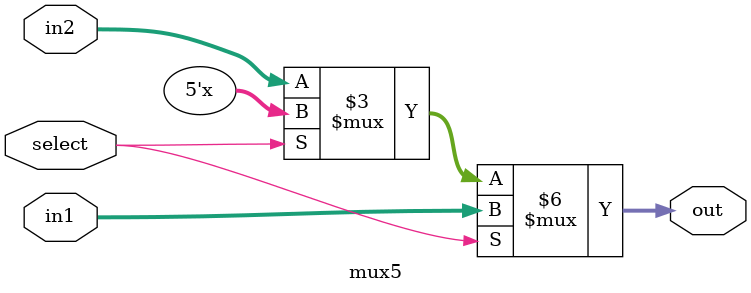
<source format=v>
module mux32(in1,in2,select,out);
	input[31:0] in1,in2;
	input select;
	output reg  [31:0] out;

	//assign out = (select)? in2:in1;
	always @(*)
	begin
		if (select) begin
			out <= in1;
		end
		else if (select == 0) begin
			out <= in2;
		end
	end
endmodule

module mux5(in1,in2,select,out);
	input[4:0] in1,in2;
	input select;
	output reg [4:0] out;


	//assign out = (select)? in2:in1;
	always @(*)
	begin
		if (select) begin
			out <= in1;
		end
		else if (select == 0) begin
			out <= in2;
		end
	end
endmodule
</source>
